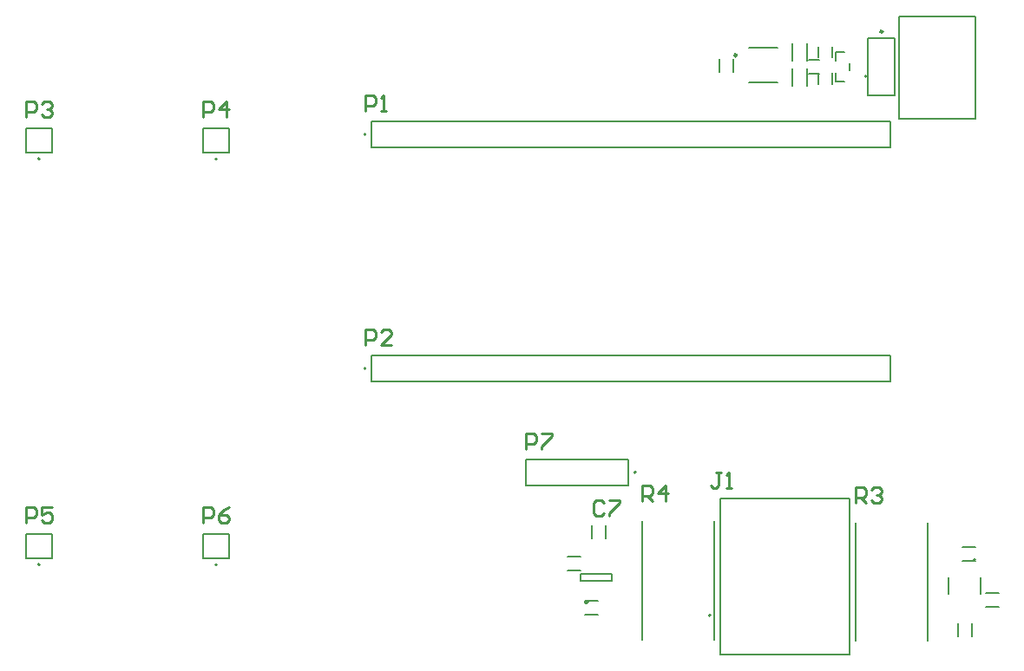
<source format=gto>
G04*
G04 #@! TF.GenerationSoftware,Altium Limited,Altium Designer,25.8.1 (18)*
G04*
G04 Layer_Color=65535*
%FSLAX44Y44*%
%MOMM*%
G71*
G04*
G04 #@! TF.SameCoordinates,00868D23-33A2-40B0-AD17-1BC6AB771355*
G04*
G04*
G04 #@! TF.FilePolarity,Positive*
G04*
G01*
G75*
%ADD10C,0.2000*%
%ADD11C,0.2500*%
%ADD12C,0.1270*%
%ADD13C,0.2540*%
D10*
X999030Y457150D02*
G03*
X999030Y457150I-1000J0D01*
G01*
X826166D02*
G03*
X826166Y457150I-1000J0D01*
G01*
X826166Y853450D02*
G03*
X826166Y853450I-1000J0D01*
G01*
X999030D02*
G03*
X999030Y853450I-1000J0D01*
G01*
X1632980Y934110D02*
G03*
X1632980Y934110I-1000J0D01*
G01*
X1480700Y407670D02*
G03*
X1480700Y407670I-1000J0D01*
G01*
X1738970Y461880D02*
G03*
X1738970Y461880I-1000J0D01*
G01*
X1407910Y547370D02*
G03*
X1407910Y547370I-1000J0D01*
G01*
X1144250Y877570D02*
G03*
X1144250Y877570I-1000J0D01*
G01*
Y648970D02*
G03*
X1144250Y648970I-1000J0D01*
G01*
X1660390Y915710D02*
Y971510D01*
X1633990Y915710D02*
X1660390D01*
X1633990D02*
Y971510D01*
X1660390D01*
X1599330Y926930D02*
Y937430D01*
X1585830Y926930D02*
Y937430D01*
Y952495D02*
Y962995D01*
X1599330Y952495D02*
Y962995D01*
X1574542Y925088D02*
Y941812D01*
X1559818Y925088D02*
Y941812D01*
Y949218D02*
Y965942D01*
X1574542Y949218D02*
Y965942D01*
X1575900Y936860D02*
X1586400D01*
X1575953Y950417D02*
X1586453D01*
X1489310Y938518D02*
Y951242D01*
X1502810Y938518D02*
Y951242D01*
X1739300Y892340D02*
Y992340D01*
X1664300Y892340D02*
Y992340D01*
X1739300D01*
X1664300Y892340D02*
X1739300D01*
X1517620Y927880D02*
X1545620D01*
X1517620Y961880D02*
X1545620D01*
X1726068Y460610D02*
X1738792D01*
X1726068Y474110D02*
X1738792D01*
X1748928Y429660D02*
X1761652D01*
X1748928Y416160D02*
X1761652D01*
X1357618Y422040D02*
X1370342D01*
X1357618Y408540D02*
X1370342D01*
X1353810Y441000D02*
X1384310D01*
Y448000D01*
X1353810D02*
X1384310D01*
X1353810Y441000D02*
Y448000D01*
X1721720Y387338D02*
Y400062D01*
X1735220Y387338D02*
Y400062D01*
X1378350Y482588D02*
Y495312D01*
X1364850Y482588D02*
Y495312D01*
X1341108Y451720D02*
X1353832D01*
X1341108Y465220D02*
X1353832D01*
D11*
X1648440Y977860D02*
G03*
X1648440Y977860I-1250J0D01*
G01*
X1505870Y954630D02*
G03*
X1505870Y954630I-1250J0D01*
G01*
X1360810Y420500D02*
G03*
X1360810Y420500I-1250J0D01*
G01*
D12*
X985330Y463650D02*
Y487380D01*
X1010730Y463650D02*
Y487380D01*
X985330Y463650D02*
X1010730D01*
X985330Y487380D02*
X1010730D01*
X812466Y463650D02*
Y487380D01*
X837866Y463650D02*
Y487380D01*
X812466Y463650D02*
X837866D01*
X812466Y487380D02*
X837866D01*
X812466Y859949D02*
Y883680D01*
X837866Y859949D02*
Y883680D01*
X812466Y859949D02*
X837866D01*
X812466Y883680D02*
X837866D01*
X985330Y859949D02*
Y883680D01*
X1010730Y859949D02*
Y883680D01*
X985330Y859949D02*
X1010730D01*
X985330Y883680D02*
X1010730D01*
X1615980Y940260D02*
Y946960D01*
X1602980Y929010D02*
X1610630D01*
X1602980Y949760D02*
Y958210D01*
Y929010D02*
Y937460D01*
Y958210D02*
X1610630D01*
X1692250Y382890D02*
Y498490D01*
X1622450Y382890D02*
Y498490D01*
X1615700Y369570D02*
Y521970D01*
X1489700Y369570D02*
Y521970D01*
X1615700D01*
X1489700Y369570D02*
X1615700D01*
X1414170Y384160D02*
Y499760D01*
X1483970Y384160D02*
Y499760D01*
X1712870Y428880D02*
Y444880D01*
X1744070Y428880D02*
Y444880D01*
X1300480Y534670D02*
Y560070D01*
Y534670D02*
X1400410D01*
X1300480Y560070D02*
X1400410D01*
Y534670D02*
Y560070D01*
X1656080Y864870D02*
Y890270D01*
X1149750Y864870D02*
Y890270D01*
Y864870D02*
X1656080D01*
X1149750Y890270D02*
X1656080D01*
Y636270D02*
Y661670D01*
X1149750Y636270D02*
Y661670D01*
Y636270D02*
X1656080D01*
X1149750Y661670D02*
X1656080D01*
D13*
X1414018Y519176D02*
Y534411D01*
X1421635D01*
X1424175Y531872D01*
Y526794D01*
X1421635Y524254D01*
X1414018D01*
X1419096D02*
X1424175Y519176D01*
X1436871D02*
Y534411D01*
X1429253Y526794D01*
X1439410D01*
X1622298Y517906D02*
Y533141D01*
X1629915D01*
X1632455Y530602D01*
Y525523D01*
X1629915Y522984D01*
X1622298D01*
X1627376D02*
X1632455Y517906D01*
X1637533Y530602D02*
X1640072Y533141D01*
X1645151D01*
X1647690Y530602D01*
Y528063D01*
X1645151Y525523D01*
X1642611D01*
X1645151D01*
X1647690Y522984D01*
Y520445D01*
X1645151Y517906D01*
X1640072D01*
X1637533Y520445D01*
X1490469Y547619D02*
X1485390D01*
X1487930D01*
Y534923D01*
X1485390Y532384D01*
X1482851D01*
X1480312Y534923D01*
X1495547Y532384D02*
X1500625D01*
X1498086D01*
Y547619D01*
X1495547Y545080D01*
X1376423Y517648D02*
X1373884Y520187D01*
X1368805D01*
X1366266Y517648D01*
Y507491D01*
X1368805Y504952D01*
X1373884D01*
X1376423Y507491D01*
X1381501Y520187D02*
X1391658D01*
Y517648D01*
X1381501Y507491D01*
Y504952D01*
X1300226Y570484D02*
Y585719D01*
X1307843D01*
X1310383Y583180D01*
Y578102D01*
X1307843Y575562D01*
X1300226D01*
X1315461Y585719D02*
X1325618D01*
Y583180D01*
X1315461Y573023D01*
Y570484D01*
X985012Y497840D02*
Y513075D01*
X992629D01*
X995169Y510536D01*
Y505457D01*
X992629Y502918D01*
X985012D01*
X1010404Y513075D02*
X1005325Y510536D01*
X1000247Y505457D01*
Y500379D01*
X1002786Y497840D01*
X1007865D01*
X1010404Y500379D01*
Y502918D01*
X1007865Y505457D01*
X1000247D01*
X812292Y497840D02*
Y513075D01*
X819910D01*
X822449Y510536D01*
Y505457D01*
X819910Y502918D01*
X812292D01*
X837684Y513075D02*
X827527D01*
Y505457D01*
X832605Y507997D01*
X835145D01*
X837684Y505457D01*
Y500379D01*
X835145Y497840D01*
X830066D01*
X827527Y500379D01*
X985012Y894080D02*
Y909315D01*
X992629D01*
X995169Y906776D01*
Y901697D01*
X992629Y899158D01*
X985012D01*
X1007865Y894080D02*
Y909315D01*
X1000247Y901697D01*
X1010404D01*
X812292Y894078D02*
Y909313D01*
X819910D01*
X822449Y906774D01*
Y901695D01*
X819910Y899156D01*
X812292D01*
X827527Y906774D02*
X830066Y909313D01*
X835145D01*
X837684Y906774D01*
Y904235D01*
X835145Y901695D01*
X832605D01*
X835145D01*
X837684Y899156D01*
Y896617D01*
X835145Y894078D01*
X830066D01*
X827527Y896617D01*
X1143762Y672084D02*
Y687319D01*
X1151379D01*
X1153919Y684780D01*
Y679702D01*
X1151379Y677162D01*
X1143762D01*
X1169154Y672084D02*
X1158997D01*
X1169154Y682241D01*
Y684780D01*
X1166615Y687319D01*
X1161536D01*
X1158997Y684780D01*
X1143762Y900684D02*
Y915919D01*
X1151379D01*
X1153919Y913380D01*
Y908301D01*
X1151379Y905762D01*
X1143762D01*
X1158997Y900684D02*
X1164075D01*
X1161536D01*
Y915919D01*
X1158997Y913380D01*
M02*

</source>
